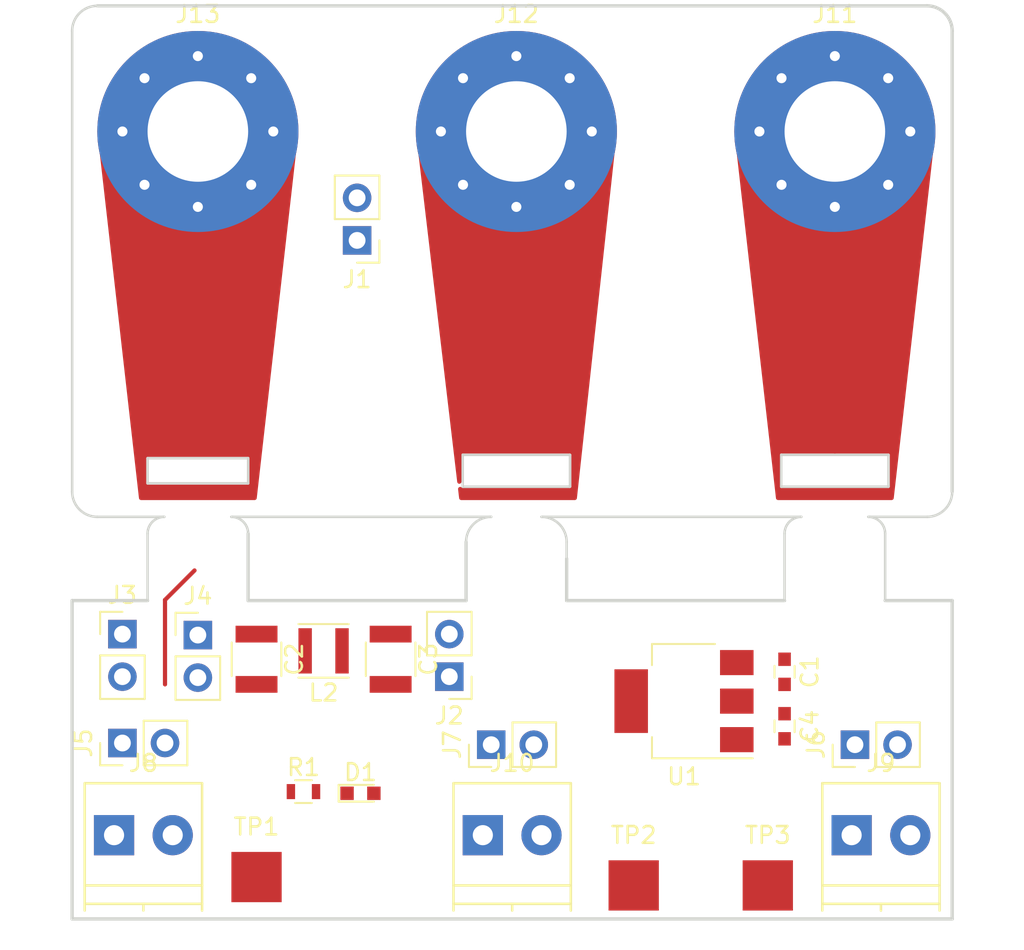
<source format=kicad_pcb>
(kicad_pcb (version 20171130) (host pcbnew "(5.0.0)")

  (general
    (thickness 1.6)
    (drawings 43)
    (tracks 3)
    (zones 0)
    (modules 24)
    (nets 12)
  )

  (page A4)
  (layers
    (0 F.Cu signal)
    (31 B.Cu signal)
    (32 B.Adhes user)
    (33 F.Adhes user)
    (34 B.Paste user)
    (35 F.Paste user)
    (36 B.SilkS user)
    (37 F.SilkS user)
    (38 B.Mask user)
    (39 F.Mask user)
    (40 Dwgs.User user)
    (41 Cmts.User user)
    (42 Eco1.User user)
    (43 Eco2.User user)
    (44 Edge.Cuts user)
    (45 Margin user)
    (46 B.CrtYd user)
    (47 F.CrtYd user)
    (48 B.Fab user)
    (49 F.Fab user)
  )

  (setup
    (last_trace_width 0.25)
    (trace_clearance 0.2)
    (zone_clearance 0.1)
    (zone_45_only no)
    (trace_min 0.2)
    (segment_width 0.2)
    (edge_width 0.15)
    (via_size 0.8)
    (via_drill 0.4)
    (via_min_size 0.4)
    (via_min_drill 0.3)
    (uvia_size 0.3)
    (uvia_drill 0.1)
    (uvias_allowed no)
    (uvia_min_size 0.2)
    (uvia_min_drill 0.1)
    (pcb_text_width 0.3)
    (pcb_text_size 1.5 1.5)
    (mod_edge_width 0.15)
    (mod_text_size 1 1)
    (mod_text_width 0.15)
    (pad_size 1.524 1.524)
    (pad_drill 0.762)
    (pad_to_mask_clearance 0.2)
    (aux_axis_origin 0 0)
    (visible_elements 7FFFFFFF)
    (pcbplotparams
      (layerselection 0x010fc_ffffffff)
      (usegerberextensions false)
      (usegerberattributes false)
      (usegerberadvancedattributes false)
      (creategerberjobfile false)
      (excludeedgelayer true)
      (linewidth 0.100000)
      (plotframeref false)
      (viasonmask false)
      (mode 1)
      (useauxorigin false)
      (hpglpennumber 1)
      (hpglpenspeed 20)
      (hpglpendiameter 15.000000)
      (psnegative false)
      (psa4output false)
      (plotreference true)
      (plotvalue true)
      (plotinvisibletext false)
      (padsonsilk false)
      (subtractmaskfromsilk false)
      (outputformat 1)
      (mirror false)
      (drillshape 1)
      (scaleselection 1)
      (outputdirectory ""))
  )

  (net 0 "")
  (net 1 /LowPassOut)
  (net 2 GND)
  (net 3 /LowPassIn)
  (net 4 "Net-(D1-Pad2)")
  (net 5 /EarthGround)
  (net 6 VCC)
  (net 7 /OutputVCC)
  (net 8 /Output3V3)
  (net 9 /EarthGND)
  (net 10 /AUXout)
  (net 11 /AUXIn)

  (net_class Default "This is the default net class."
    (clearance 0.2)
    (trace_width 0.25)
    (via_dia 0.8)
    (via_drill 0.4)
    (uvia_dia 0.3)
    (uvia_drill 0.1)
    (add_net /AUXIn)
    (add_net /AUXout)
    (add_net /EarthGND)
    (add_net /EarthGround)
    (add_net /LowPassIn)
    (add_net /LowPassOut)
    (add_net /Output3V3)
    (add_net /OutputVCC)
    (add_net GND)
    (add_net "Net-(D1-Pad2)")
    (add_net VCC)
  )

  (module Capacitors_SMD:C_0603 (layer F.Cu) (tedit 59958EE7) (tstamp 5BAD0479)
    (at 145 122.25 270)
    (descr "Capacitor SMD 0603, reflow soldering, AVX (see smccp.pdf)")
    (tags "capacitor 0603")
    (path /5BAD4AC3)
    (attr smd)
    (fp_text reference C1 (at 0 -1.5 270) (layer F.SilkS)
      (effects (font (size 1 1) (thickness 0.15)))
    )
    (fp_text value C (at 0 1.5 270) (layer F.Fab)
      (effects (font (size 1 1) (thickness 0.15)))
    )
    (fp_line (start 1.4 0.65) (end -1.4 0.65) (layer F.CrtYd) (width 0.05))
    (fp_line (start 1.4 0.65) (end 1.4 -0.65) (layer F.CrtYd) (width 0.05))
    (fp_line (start -1.4 -0.65) (end -1.4 0.65) (layer F.CrtYd) (width 0.05))
    (fp_line (start -1.4 -0.65) (end 1.4 -0.65) (layer F.CrtYd) (width 0.05))
    (fp_line (start 0.35 0.6) (end -0.35 0.6) (layer F.SilkS) (width 0.12))
    (fp_line (start -0.35 -0.6) (end 0.35 -0.6) (layer F.SilkS) (width 0.12))
    (fp_line (start -0.8 -0.4) (end 0.8 -0.4) (layer F.Fab) (width 0.1))
    (fp_line (start 0.8 -0.4) (end 0.8 0.4) (layer F.Fab) (width 0.1))
    (fp_line (start 0.8 0.4) (end -0.8 0.4) (layer F.Fab) (width 0.1))
    (fp_line (start -0.8 0.4) (end -0.8 -0.4) (layer F.Fab) (width 0.1))
    (fp_text user %R (at 0 0 270) (layer F.Fab)
      (effects (font (size 0.3 0.3) (thickness 0.075)))
    )
    (pad 2 smd rect (at 0.75 0 270) (size 0.8 0.75) (layers F.Cu F.Paste F.Mask)
      (net 2 GND))
    (pad 1 smd rect (at -0.75 0 270) (size 0.8 0.75) (layers F.Cu F.Paste F.Mask)
      (net 6 VCC))
    (model Capacitors_SMD.3dshapes/C_0603.wrl
      (at (xyz 0 0 0))
      (scale (xyz 1 1 1))
      (rotate (xyz 0 0 0))
    )
  )

  (module Capacitors_SMD:C_1210 (layer F.Cu) (tedit 58AA84E2) (tstamp 5BACFB54)
    (at 121.5 121.5 270)
    (descr "Capacitor SMD 1210, reflow soldering, AVX (see smccp.pdf)")
    (tags "capacitor 1210")
    (path /5BA8FF32)
    (attr smd)
    (fp_text reference C3 (at 0 -2.25 270) (layer F.SilkS)
      (effects (font (size 1 1) (thickness 0.15)))
    )
    (fp_text value C (at 0 2.5 270) (layer F.Fab)
      (effects (font (size 1 1) (thickness 0.15)))
    )
    (fp_text user %R (at 0 -2.25 270) (layer F.Fab)
      (effects (font (size 1 1) (thickness 0.15)))
    )
    (fp_line (start -1.6 1.25) (end -1.6 -1.25) (layer F.Fab) (width 0.1))
    (fp_line (start 1.6 1.25) (end -1.6 1.25) (layer F.Fab) (width 0.1))
    (fp_line (start 1.6 -1.25) (end 1.6 1.25) (layer F.Fab) (width 0.1))
    (fp_line (start -1.6 -1.25) (end 1.6 -1.25) (layer F.Fab) (width 0.1))
    (fp_line (start 1 -1.48) (end -1 -1.48) (layer F.SilkS) (width 0.12))
    (fp_line (start -1 1.48) (end 1 1.48) (layer F.SilkS) (width 0.12))
    (fp_line (start -2.25 -1.5) (end 2.25 -1.5) (layer F.CrtYd) (width 0.05))
    (fp_line (start -2.25 -1.5) (end -2.25 1.5) (layer F.CrtYd) (width 0.05))
    (fp_line (start 2.25 1.5) (end 2.25 -1.5) (layer F.CrtYd) (width 0.05))
    (fp_line (start 2.25 1.5) (end -2.25 1.5) (layer F.CrtYd) (width 0.05))
    (pad 1 smd rect (at -1.5 0 270) (size 1 2.5) (layers F.Cu F.Paste F.Mask)
      (net 3 /LowPassIn))
    (pad 2 smd rect (at 1.5 0 270) (size 1 2.5) (layers F.Cu F.Paste F.Mask)
      (net 2 GND))
    (model Capacitors_SMD.3dshapes/C_1210.wrl
      (at (xyz 0 0 0))
      (scale (xyz 1 1 1))
      (rotate (xyz 0 0 0))
    )
  )

  (module Capacitors_SMD:C_1210 (layer F.Cu) (tedit 58AA84E2) (tstamp 5BABA46B)
    (at 113.5 121.5 270)
    (descr "Capacitor SMD 1210, reflow soldering, AVX (see smccp.pdf)")
    (tags "capacitor 1210")
    (path /5BA8FF9A)
    (attr smd)
    (fp_text reference C2 (at 0 -2.25 270) (layer F.SilkS)
      (effects (font (size 1 1) (thickness 0.15)))
    )
    (fp_text value C (at 0 2.5 270) (layer F.Fab)
      (effects (font (size 1 1) (thickness 0.15)))
    )
    (fp_text user %R (at 0 -2.25 270) (layer F.Fab)
      (effects (font (size 1 1) (thickness 0.15)))
    )
    (fp_line (start -1.6 1.25) (end -1.6 -1.25) (layer F.Fab) (width 0.1))
    (fp_line (start 1.6 1.25) (end -1.6 1.25) (layer F.Fab) (width 0.1))
    (fp_line (start 1.6 -1.25) (end 1.6 1.25) (layer F.Fab) (width 0.1))
    (fp_line (start -1.6 -1.25) (end 1.6 -1.25) (layer F.Fab) (width 0.1))
    (fp_line (start 1 -1.48) (end -1 -1.48) (layer F.SilkS) (width 0.12))
    (fp_line (start -1 1.48) (end 1 1.48) (layer F.SilkS) (width 0.12))
    (fp_line (start -2.25 -1.5) (end 2.25 -1.5) (layer F.CrtYd) (width 0.05))
    (fp_line (start -2.25 -1.5) (end -2.25 1.5) (layer F.CrtYd) (width 0.05))
    (fp_line (start 2.25 1.5) (end 2.25 -1.5) (layer F.CrtYd) (width 0.05))
    (fp_line (start 2.25 1.5) (end -2.25 1.5) (layer F.CrtYd) (width 0.05))
    (pad 1 smd rect (at -1.5 0 270) (size 1 2.5) (layers F.Cu F.Paste F.Mask)
      (net 1 /LowPassOut))
    (pad 2 smd rect (at 1.5 0 270) (size 1 2.5) (layers F.Cu F.Paste F.Mask)
      (net 2 GND))
    (model Capacitors_SMD.3dshapes/C_1210.wrl
      (at (xyz 0 0 0))
      (scale (xyz 1 1 1))
      (rotate (xyz 0 0 0))
    )
  )

  (module LEDs:LED_0603 (layer F.Cu) (tedit 57FE93A5) (tstamp 5BABA491)
    (at 119.7 129.5)
    (descr "LED 0603 smd package")
    (tags "LED led 0603 SMD smd SMT smt smdled SMDLED smtled SMTLED")
    (path /5BA89984)
    (attr smd)
    (fp_text reference D1 (at 0 -1.25) (layer F.SilkS)
      (effects (font (size 1 1) (thickness 0.15)))
    )
    (fp_text value LED (at 0 1.35) (layer F.Fab)
      (effects (font (size 1 1) (thickness 0.15)))
    )
    (fp_line (start -1.45 -0.65) (end 1.45 -0.65) (layer F.CrtYd) (width 0.05))
    (fp_line (start -1.45 0.65) (end -1.45 -0.65) (layer F.CrtYd) (width 0.05))
    (fp_line (start 1.45 0.65) (end -1.45 0.65) (layer F.CrtYd) (width 0.05))
    (fp_line (start 1.45 -0.65) (end 1.45 0.65) (layer F.CrtYd) (width 0.05))
    (fp_line (start -1.3 -0.5) (end 0.8 -0.5) (layer F.SilkS) (width 0.12))
    (fp_line (start -1.3 0.5) (end 0.8 0.5) (layer F.SilkS) (width 0.12))
    (fp_line (start -0.8 0.4) (end -0.8 -0.4) (layer F.Fab) (width 0.1))
    (fp_line (start -0.8 -0.4) (end 0.8 -0.4) (layer F.Fab) (width 0.1))
    (fp_line (start 0.8 -0.4) (end 0.8 0.4) (layer F.Fab) (width 0.1))
    (fp_line (start 0.8 0.4) (end -0.8 0.4) (layer F.Fab) (width 0.1))
    (fp_line (start 0.15 -0.2) (end 0.15 0.2) (layer F.Fab) (width 0.1))
    (fp_line (start 0.15 0.2) (end -0.15 0) (layer F.Fab) (width 0.1))
    (fp_line (start -0.15 0) (end 0.15 -0.2) (layer F.Fab) (width 0.1))
    (fp_line (start -0.2 -0.2) (end -0.2 0.2) (layer F.Fab) (width 0.1))
    (fp_line (start -1.3 -0.5) (end -1.3 0.5) (layer F.SilkS) (width 0.12))
    (pad 1 smd rect (at -0.8 0 180) (size 0.8 0.8) (layers F.Cu F.Paste F.Mask)
      (net 2 GND))
    (pad 2 smd rect (at 0.8 0 180) (size 0.8 0.8) (layers F.Cu F.Paste F.Mask)
      (net 4 "Net-(D1-Pad2)"))
    (model ${KISYS3DMOD}/LEDs.3dshapes/LED_0603.wrl
      (at (xyz 0 0 0))
      (scale (xyz 1 1 1))
      (rotate (xyz 0 0 180))
    )
  )

  (module Pin_Headers:Pin_Header_Straight_1x02_Pitch2.54mm (layer F.Cu) (tedit 59650532) (tstamp 5BABA4A7)
    (at 119.5 96.5 180)
    (descr "Through hole straight pin header, 1x02, 2.54mm pitch, single row")
    (tags "Through hole pin header THT 1x02 2.54mm single row")
    (path /5BA91002)
    (fp_text reference J1 (at 0 -2.33 180) (layer F.SilkS)
      (effects (font (size 1 1) (thickness 0.15)))
    )
    (fp_text value Conn_01x02_Male (at 0 4.87 180) (layer F.Fab)
      (effects (font (size 1 1) (thickness 0.15)))
    )
    (fp_line (start -0.635 -1.27) (end 1.27 -1.27) (layer F.Fab) (width 0.1))
    (fp_line (start 1.27 -1.27) (end 1.27 3.81) (layer F.Fab) (width 0.1))
    (fp_line (start 1.27 3.81) (end -1.27 3.81) (layer F.Fab) (width 0.1))
    (fp_line (start -1.27 3.81) (end -1.27 -0.635) (layer F.Fab) (width 0.1))
    (fp_line (start -1.27 -0.635) (end -0.635 -1.27) (layer F.Fab) (width 0.1))
    (fp_line (start -1.33 3.87) (end 1.33 3.87) (layer F.SilkS) (width 0.12))
    (fp_line (start -1.33 1.27) (end -1.33 3.87) (layer F.SilkS) (width 0.12))
    (fp_line (start 1.33 1.27) (end 1.33 3.87) (layer F.SilkS) (width 0.12))
    (fp_line (start -1.33 1.27) (end 1.33 1.27) (layer F.SilkS) (width 0.12))
    (fp_line (start -1.33 0) (end -1.33 -1.33) (layer F.SilkS) (width 0.12))
    (fp_line (start -1.33 -1.33) (end 0 -1.33) (layer F.SilkS) (width 0.12))
    (fp_line (start -1.8 -1.8) (end -1.8 4.35) (layer F.CrtYd) (width 0.05))
    (fp_line (start -1.8 4.35) (end 1.8 4.35) (layer F.CrtYd) (width 0.05))
    (fp_line (start 1.8 4.35) (end 1.8 -1.8) (layer F.CrtYd) (width 0.05))
    (fp_line (start 1.8 -1.8) (end -1.8 -1.8) (layer F.CrtYd) (width 0.05))
    (fp_text user %R (at 0 1.27 270) (layer F.Fab)
      (effects (font (size 1 1) (thickness 0.15)))
    )
    (pad 1 thru_hole rect (at 0 0 180) (size 1.7 1.7) (drill 1) (layers *.Cu *.Mask)
      (net 5 /EarthGround))
    (pad 2 thru_hole oval (at 0 2.54 180) (size 1.7 1.7) (drill 1) (layers *.Cu *.Mask)
      (net 2 GND))
    (model ${KISYS3DMOD}/Pin_Headers.3dshapes/Pin_Header_Straight_1x02_Pitch2.54mm.wrl
      (at (xyz 0 0 0))
      (scale (xyz 1 1 1))
      (rotate (xyz 0 0 0))
    )
  )

  (module Pin_Headers:Pin_Header_Straight_1x02_Pitch2.54mm (layer F.Cu) (tedit 59650532) (tstamp 5BABA4BD)
    (at 125 122.54 180)
    (descr "Through hole straight pin header, 1x02, 2.54mm pitch, single row")
    (tags "Through hole pin header THT 1x02 2.54mm single row")
    (path /5BA9106E)
    (fp_text reference J2 (at 0 -2.33 180) (layer F.SilkS)
      (effects (font (size 1 1) (thickness 0.15)))
    )
    (fp_text value Conn_01x02_Male (at 0 4.87 180) (layer F.Fab)
      (effects (font (size 1 1) (thickness 0.15)))
    )
    (fp_text user %R (at 0 1.27 270) (layer F.Fab)
      (effects (font (size 1 1) (thickness 0.15)))
    )
    (fp_line (start 1.8 -1.8) (end -1.8 -1.8) (layer F.CrtYd) (width 0.05))
    (fp_line (start 1.8 4.35) (end 1.8 -1.8) (layer F.CrtYd) (width 0.05))
    (fp_line (start -1.8 4.35) (end 1.8 4.35) (layer F.CrtYd) (width 0.05))
    (fp_line (start -1.8 -1.8) (end -1.8 4.35) (layer F.CrtYd) (width 0.05))
    (fp_line (start -1.33 -1.33) (end 0 -1.33) (layer F.SilkS) (width 0.12))
    (fp_line (start -1.33 0) (end -1.33 -1.33) (layer F.SilkS) (width 0.12))
    (fp_line (start -1.33 1.27) (end 1.33 1.27) (layer F.SilkS) (width 0.12))
    (fp_line (start 1.33 1.27) (end 1.33 3.87) (layer F.SilkS) (width 0.12))
    (fp_line (start -1.33 1.27) (end -1.33 3.87) (layer F.SilkS) (width 0.12))
    (fp_line (start -1.33 3.87) (end 1.33 3.87) (layer F.SilkS) (width 0.12))
    (fp_line (start -1.27 -0.635) (end -0.635 -1.27) (layer F.Fab) (width 0.1))
    (fp_line (start -1.27 3.81) (end -1.27 -0.635) (layer F.Fab) (width 0.1))
    (fp_line (start 1.27 3.81) (end -1.27 3.81) (layer F.Fab) (width 0.1))
    (fp_line (start 1.27 -1.27) (end 1.27 3.81) (layer F.Fab) (width 0.1))
    (fp_line (start -0.635 -1.27) (end 1.27 -1.27) (layer F.Fab) (width 0.1))
    (pad 2 thru_hole oval (at 0 2.54 180) (size 1.7 1.7) (drill 1) (layers *.Cu *.Mask)
      (net 3 /LowPassIn))
    (pad 1 thru_hole rect (at 0 0 180) (size 1.7 1.7) (drill 1) (layers *.Cu *.Mask)
      (net 6 VCC))
    (model ${KISYS3DMOD}/Pin_Headers.3dshapes/Pin_Header_Straight_1x02_Pitch2.54mm.wrl
      (at (xyz 0 0 0))
      (scale (xyz 1 1 1))
      (rotate (xyz 0 0 0))
    )
  )

  (module Pin_Headers:Pin_Header_Straight_1x02_Pitch2.54mm (layer F.Cu) (tedit 59650532) (tstamp 5BABA4D3)
    (at 105.5 120)
    (descr "Through hole straight pin header, 1x02, 2.54mm pitch, single row")
    (tags "Through hole pin header THT 1x02 2.54mm single row")
    (path /5BA910B0)
    (fp_text reference J3 (at 0 -2.33) (layer F.SilkS)
      (effects (font (size 1 1) (thickness 0.15)))
    )
    (fp_text value Conn_01x02_Male (at 0 4.87) (layer F.Fab)
      (effects (font (size 1 1) (thickness 0.15)))
    )
    (fp_line (start -0.635 -1.27) (end 1.27 -1.27) (layer F.Fab) (width 0.1))
    (fp_line (start 1.27 -1.27) (end 1.27 3.81) (layer F.Fab) (width 0.1))
    (fp_line (start 1.27 3.81) (end -1.27 3.81) (layer F.Fab) (width 0.1))
    (fp_line (start -1.27 3.81) (end -1.27 -0.635) (layer F.Fab) (width 0.1))
    (fp_line (start -1.27 -0.635) (end -0.635 -1.27) (layer F.Fab) (width 0.1))
    (fp_line (start -1.33 3.87) (end 1.33 3.87) (layer F.SilkS) (width 0.12))
    (fp_line (start -1.33 1.27) (end -1.33 3.87) (layer F.SilkS) (width 0.12))
    (fp_line (start 1.33 1.27) (end 1.33 3.87) (layer F.SilkS) (width 0.12))
    (fp_line (start -1.33 1.27) (end 1.33 1.27) (layer F.SilkS) (width 0.12))
    (fp_line (start -1.33 0) (end -1.33 -1.33) (layer F.SilkS) (width 0.12))
    (fp_line (start -1.33 -1.33) (end 0 -1.33) (layer F.SilkS) (width 0.12))
    (fp_line (start -1.8 -1.8) (end -1.8 4.35) (layer F.CrtYd) (width 0.05))
    (fp_line (start -1.8 4.35) (end 1.8 4.35) (layer F.CrtYd) (width 0.05))
    (fp_line (start 1.8 4.35) (end 1.8 -1.8) (layer F.CrtYd) (width 0.05))
    (fp_line (start 1.8 -1.8) (end -1.8 -1.8) (layer F.CrtYd) (width 0.05))
    (fp_text user %R (at 0 1.27 90) (layer F.Fab)
      (effects (font (size 1 1) (thickness 0.15)))
    )
    (pad 1 thru_hole rect (at 0 0) (size 1.7 1.7) (drill 1) (layers *.Cu *.Mask)
      (net 6 VCC))
    (pad 2 thru_hole oval (at 0 2.54) (size 1.7 1.7) (drill 1) (layers *.Cu *.Mask)
      (net 7 /OutputVCC))
    (model ${KISYS3DMOD}/Pin_Headers.3dshapes/Pin_Header_Straight_1x02_Pitch2.54mm.wrl
      (at (xyz 0 0 0))
      (scale (xyz 1 1 1))
      (rotate (xyz 0 0 0))
    )
  )

  (module Pin_Headers:Pin_Header_Straight_1x02_Pitch2.54mm (layer F.Cu) (tedit 59650532) (tstamp 5BABA4E9)
    (at 110 120.057001)
    (descr "Through hole straight pin header, 1x02, 2.54mm pitch, single row")
    (tags "Through hole pin header THT 1x02 2.54mm single row")
    (path /5BA962C0)
    (fp_text reference J4 (at 0 -2.33) (layer F.SilkS)
      (effects (font (size 1 1) (thickness 0.15)))
    )
    (fp_text value Conn_01x02_Male (at 0 4.87) (layer F.Fab)
      (effects (font (size 1 1) (thickness 0.15)))
    )
    (fp_text user %R (at 0 1.27 180) (layer F.Fab)
      (effects (font (size 1 1) (thickness 0.15)))
    )
    (fp_line (start 1.8 -1.8) (end -1.8 -1.8) (layer F.CrtYd) (width 0.05))
    (fp_line (start 1.8 4.35) (end 1.8 -1.8) (layer F.CrtYd) (width 0.05))
    (fp_line (start -1.8 4.35) (end 1.8 4.35) (layer F.CrtYd) (width 0.05))
    (fp_line (start -1.8 -1.8) (end -1.8 4.35) (layer F.CrtYd) (width 0.05))
    (fp_line (start -1.33 -1.33) (end 0 -1.33) (layer F.SilkS) (width 0.12))
    (fp_line (start -1.33 0) (end -1.33 -1.33) (layer F.SilkS) (width 0.12))
    (fp_line (start -1.33 1.27) (end 1.33 1.27) (layer F.SilkS) (width 0.12))
    (fp_line (start 1.33 1.27) (end 1.33 3.87) (layer F.SilkS) (width 0.12))
    (fp_line (start -1.33 1.27) (end -1.33 3.87) (layer F.SilkS) (width 0.12))
    (fp_line (start -1.33 3.87) (end 1.33 3.87) (layer F.SilkS) (width 0.12))
    (fp_line (start -1.27 -0.635) (end -0.635 -1.27) (layer F.Fab) (width 0.1))
    (fp_line (start -1.27 3.81) (end -1.27 -0.635) (layer F.Fab) (width 0.1))
    (fp_line (start 1.27 3.81) (end -1.27 3.81) (layer F.Fab) (width 0.1))
    (fp_line (start 1.27 -1.27) (end 1.27 3.81) (layer F.Fab) (width 0.1))
    (fp_line (start -0.635 -1.27) (end 1.27 -1.27) (layer F.Fab) (width 0.1))
    (pad 2 thru_hole oval (at 0 2.54) (size 1.7 1.7) (drill 1) (layers *.Cu *.Mask)
      (net 7 /OutputVCC))
    (pad 1 thru_hole rect (at 0 0) (size 1.7 1.7) (drill 1) (layers *.Cu *.Mask)
      (net 1 /LowPassOut))
    (model ${KISYS3DMOD}/Pin_Headers.3dshapes/Pin_Header_Straight_1x02_Pitch2.54mm.wrl
      (at (xyz 0 0 0))
      (scale (xyz 1 1 1))
      (rotate (xyz 0 0 0))
    )
  )

  (module Pin_Headers:Pin_Header_Straight_1x02_Pitch2.54mm (layer F.Cu) (tedit 59650532) (tstamp 5BABA4FF)
    (at 105.5 126.5 90)
    (descr "Through hole straight pin header, 1x02, 2.54mm pitch, single row")
    (tags "Through hole pin header THT 1x02 2.54mm single row")
    (path /5BA8FA37)
    (fp_text reference J5 (at 0 -2.33 90) (layer F.SilkS)
      (effects (font (size 1 1) (thickness 0.15)))
    )
    (fp_text value Conn_01x02_Female (at 0 4.87 90) (layer F.Fab)
      (effects (font (size 1 1) (thickness 0.15)))
    )
    (fp_text user %R (at 0 1.27 180) (layer F.Fab)
      (effects (font (size 1 1) (thickness 0.15)))
    )
    (fp_line (start 1.8 -1.8) (end -1.8 -1.8) (layer F.CrtYd) (width 0.05))
    (fp_line (start 1.8 4.35) (end 1.8 -1.8) (layer F.CrtYd) (width 0.05))
    (fp_line (start -1.8 4.35) (end 1.8 4.35) (layer F.CrtYd) (width 0.05))
    (fp_line (start -1.8 -1.8) (end -1.8 4.35) (layer F.CrtYd) (width 0.05))
    (fp_line (start -1.33 -1.33) (end 0 -1.33) (layer F.SilkS) (width 0.12))
    (fp_line (start -1.33 0) (end -1.33 -1.33) (layer F.SilkS) (width 0.12))
    (fp_line (start -1.33 1.27) (end 1.33 1.27) (layer F.SilkS) (width 0.12))
    (fp_line (start 1.33 1.27) (end 1.33 3.87) (layer F.SilkS) (width 0.12))
    (fp_line (start -1.33 1.27) (end -1.33 3.87) (layer F.SilkS) (width 0.12))
    (fp_line (start -1.33 3.87) (end 1.33 3.87) (layer F.SilkS) (width 0.12))
    (fp_line (start -1.27 -0.635) (end -0.635 -1.27) (layer F.Fab) (width 0.1))
    (fp_line (start -1.27 3.81) (end -1.27 -0.635) (layer F.Fab) (width 0.1))
    (fp_line (start 1.27 3.81) (end -1.27 3.81) (layer F.Fab) (width 0.1))
    (fp_line (start 1.27 -1.27) (end 1.27 3.81) (layer F.Fab) (width 0.1))
    (fp_line (start -0.635 -1.27) (end 1.27 -1.27) (layer F.Fab) (width 0.1))
    (pad 2 thru_hole oval (at 0 2.54 90) (size 1.7 1.7) (drill 1) (layers *.Cu *.Mask)
      (net 2 GND))
    (pad 1 thru_hole rect (at 0 0 90) (size 1.7 1.7) (drill 1) (layers *.Cu *.Mask)
      (net 7 /OutputVCC))
    (model ${KISYS3DMOD}/Pin_Headers.3dshapes/Pin_Header_Straight_1x02_Pitch2.54mm.wrl
      (at (xyz 0 0 0))
      (scale (xyz 1 1 1))
      (rotate (xyz 0 0 0))
    )
  )

  (module Pin_Headers:Pin_Header_Straight_1x02_Pitch2.54mm (layer F.Cu) (tedit 59650532) (tstamp 5BABA515)
    (at 149.2 126.6 90)
    (descr "Through hole straight pin header, 1x02, 2.54mm pitch, single row")
    (tags "Through hole pin header THT 1x02 2.54mm single row")
    (path /5BA8FA83)
    (fp_text reference J6 (at 0 -2.33 90) (layer F.SilkS)
      (effects (font (size 1 1) (thickness 0.15)))
    )
    (fp_text value Conn_01x02_Female (at 0 4.87 90) (layer F.Fab)
      (effects (font (size 1 1) (thickness 0.15)))
    )
    (fp_line (start -0.635 -1.27) (end 1.27 -1.27) (layer F.Fab) (width 0.1))
    (fp_line (start 1.27 -1.27) (end 1.27 3.81) (layer F.Fab) (width 0.1))
    (fp_line (start 1.27 3.81) (end -1.27 3.81) (layer F.Fab) (width 0.1))
    (fp_line (start -1.27 3.81) (end -1.27 -0.635) (layer F.Fab) (width 0.1))
    (fp_line (start -1.27 -0.635) (end -0.635 -1.27) (layer F.Fab) (width 0.1))
    (fp_line (start -1.33 3.87) (end 1.33 3.87) (layer F.SilkS) (width 0.12))
    (fp_line (start -1.33 1.27) (end -1.33 3.87) (layer F.SilkS) (width 0.12))
    (fp_line (start 1.33 1.27) (end 1.33 3.87) (layer F.SilkS) (width 0.12))
    (fp_line (start -1.33 1.27) (end 1.33 1.27) (layer F.SilkS) (width 0.12))
    (fp_line (start -1.33 0) (end -1.33 -1.33) (layer F.SilkS) (width 0.12))
    (fp_line (start -1.33 -1.33) (end 0 -1.33) (layer F.SilkS) (width 0.12))
    (fp_line (start -1.8 -1.8) (end -1.8 4.35) (layer F.CrtYd) (width 0.05))
    (fp_line (start -1.8 4.35) (end 1.8 4.35) (layer F.CrtYd) (width 0.05))
    (fp_line (start 1.8 4.35) (end 1.8 -1.8) (layer F.CrtYd) (width 0.05))
    (fp_line (start 1.8 -1.8) (end -1.8 -1.8) (layer F.CrtYd) (width 0.05))
    (fp_text user %R (at 0 1.27 180) (layer F.Fab)
      (effects (font (size 1 1) (thickness 0.15)))
    )
    (pad 1 thru_hole rect (at 0 0 90) (size 1.7 1.7) (drill 1) (layers *.Cu *.Mask)
      (net 8 /Output3V3))
    (pad 2 thru_hole oval (at 0 2.54 90) (size 1.7 1.7) (drill 1) (layers *.Cu *.Mask)
      (net 2 GND))
    (model ${KISYS3DMOD}/Pin_Headers.3dshapes/Pin_Header_Straight_1x02_Pitch2.54mm.wrl
      (at (xyz 0 0 0))
      (scale (xyz 1 1 1))
      (rotate (xyz 0 0 0))
    )
  )

  (module Pin_Headers:Pin_Header_Straight_1x02_Pitch2.54mm (layer F.Cu) (tedit 59650532) (tstamp 5BABA52B)
    (at 127.5 126.6 90)
    (descr "Through hole straight pin header, 1x02, 2.54mm pitch, single row")
    (tags "Through hole pin header THT 1x02 2.54mm single row")
    (path /5BA8FAAF)
    (fp_text reference J7 (at 0 -2.33 90) (layer F.SilkS)
      (effects (font (size 1 1) (thickness 0.15)))
    )
    (fp_text value Conn_01x02_Female (at 0 4.87 90) (layer F.Fab)
      (effects (font (size 1 1) (thickness 0.15)))
    )
    (fp_text user %R (at 0 1.27 180) (layer F.Fab)
      (effects (font (size 1 1) (thickness 0.15)))
    )
    (fp_line (start 1.8 -1.8) (end -1.8 -1.8) (layer F.CrtYd) (width 0.05))
    (fp_line (start 1.8 4.35) (end 1.8 -1.8) (layer F.CrtYd) (width 0.05))
    (fp_line (start -1.8 4.35) (end 1.8 4.35) (layer F.CrtYd) (width 0.05))
    (fp_line (start -1.8 -1.8) (end -1.8 4.35) (layer F.CrtYd) (width 0.05))
    (fp_line (start -1.33 -1.33) (end 0 -1.33) (layer F.SilkS) (width 0.12))
    (fp_line (start -1.33 0) (end -1.33 -1.33) (layer F.SilkS) (width 0.12))
    (fp_line (start -1.33 1.27) (end 1.33 1.27) (layer F.SilkS) (width 0.12))
    (fp_line (start 1.33 1.27) (end 1.33 3.87) (layer F.SilkS) (width 0.12))
    (fp_line (start -1.33 1.27) (end -1.33 3.87) (layer F.SilkS) (width 0.12))
    (fp_line (start -1.33 3.87) (end 1.33 3.87) (layer F.SilkS) (width 0.12))
    (fp_line (start -1.27 -0.635) (end -0.635 -1.27) (layer F.Fab) (width 0.1))
    (fp_line (start -1.27 3.81) (end -1.27 -0.635) (layer F.Fab) (width 0.1))
    (fp_line (start 1.27 3.81) (end -1.27 3.81) (layer F.Fab) (width 0.1))
    (fp_line (start 1.27 -1.27) (end 1.27 3.81) (layer F.Fab) (width 0.1))
    (fp_line (start -0.635 -1.27) (end 1.27 -1.27) (layer F.Fab) (width 0.1))
    (pad 2 thru_hole oval (at 0 2.54 90) (size 1.7 1.7) (drill 1) (layers *.Cu *.Mask)
      (net 10 /AUXout))
    (pad 1 thru_hole rect (at 0 0 90) (size 1.7 1.7) (drill 1) (layers *.Cu *.Mask)
      (net 11 /AUXIn))
    (model ${KISYS3DMOD}/Pin_Headers.3dshapes/Pin_Header_Straight_1x02_Pitch2.54mm.wrl
      (at (xyz 0 0 0))
      (scale (xyz 1 1 1))
      (rotate (xyz 0 0 0))
    )
  )

  (module TerminalBlocks_Phoenix:TerminalBlock_Phoenix_PT-3.5mm_2pol (layer F.Cu) (tedit 59FF0756) (tstamp 5BABA53C)
    (at 105 132)
    (descr "2-way 3.5mm pitch terminal block, Phoenix PT series")
    (path /5BA8FB24)
    (fp_text reference J8 (at 1.75 -4.3) (layer F.SilkS)
      (effects (font (size 1 1) (thickness 0.15)))
    )
    (fp_text value Screw_Terminal_01x02 (at 1.75 6) (layer F.Fab)
      (effects (font (size 1 1) (thickness 0.15)))
    )
    (fp_line (start 5.25 -3.1) (end -1.75 -3.1) (layer F.SilkS) (width 0.15))
    (fp_line (start 5.25 4.5) (end 5.25 -3.1) (layer F.SilkS) (width 0.15))
    (fp_line (start -1.75 -3.1) (end -1.75 4.5) (layer F.SilkS) (width 0.15))
    (fp_line (start -1.75 4.1) (end 5.25 4.1) (layer F.SilkS) (width 0.15))
    (fp_line (start -1.75 3) (end 5.25 3) (layer F.SilkS) (width 0.15))
    (fp_line (start 1.75 4.1) (end 1.75 4.5) (layer F.SilkS) (width 0.15))
    (fp_line (start 5.4 -3.3) (end 5.4 4.7) (layer F.CrtYd) (width 0.05))
    (fp_line (start 5.4 4.7) (end -1.9 4.7) (layer F.CrtYd) (width 0.05))
    (fp_line (start -1.9 4.7) (end -1.9 -3.3) (layer F.CrtYd) (width 0.05))
    (fp_line (start -1.9 -3.3) (end 5.4 -3.3) (layer F.CrtYd) (width 0.05))
    (fp_text user %R (at 1.75 0) (layer F.Fab)
      (effects (font (size 1 1) (thickness 0.15)))
    )
    (pad 1 thru_hole rect (at 0 0) (size 2.4 2.4) (drill 1.2) (layers *.Cu *.Mask)
      (net 7 /OutputVCC))
    (pad 2 thru_hole circle (at 3.5 0) (size 2.4 2.4) (drill 1.2) (layers *.Cu *.Mask)
      (net 2 GND))
    (model ${KISYS3DMOD}/TerminalBlock_Phoenix.3dshapes/TerminalBlock_Phoenix_PT-3.5mm_2pol.wrl
      (at (xyz 0 0 0))
      (scale (xyz 1 1 1))
      (rotate (xyz 0 0 0))
    )
  )

  (module TerminalBlocks_Phoenix:TerminalBlock_Phoenix_PT-3.5mm_2pol (layer F.Cu) (tedit 59FF0756) (tstamp 5BABA54D)
    (at 149 132)
    (descr "2-way 3.5mm pitch terminal block, Phoenix PT series")
    (path /5BA8FB6C)
    (fp_text reference J9 (at 1.75 -4.3) (layer F.SilkS)
      (effects (font (size 1 1) (thickness 0.15)))
    )
    (fp_text value Screw_Terminal_01x02 (at 1.75 6) (layer F.Fab)
      (effects (font (size 1 1) (thickness 0.15)))
    )
    (fp_text user %R (at 1.75 0) (layer F.Fab)
      (effects (font (size 1 1) (thickness 0.15)))
    )
    (fp_line (start -1.9 -3.3) (end 5.4 -3.3) (layer F.CrtYd) (width 0.05))
    (fp_line (start -1.9 4.7) (end -1.9 -3.3) (layer F.CrtYd) (width 0.05))
    (fp_line (start 5.4 4.7) (end -1.9 4.7) (layer F.CrtYd) (width 0.05))
    (fp_line (start 5.4 -3.3) (end 5.4 4.7) (layer F.CrtYd) (width 0.05))
    (fp_line (start 1.75 4.1) (end 1.75 4.5) (layer F.SilkS) (width 0.15))
    (fp_line (start -1.75 3) (end 5.25 3) (layer F.SilkS) (width 0.15))
    (fp_line (start -1.75 4.1) (end 5.25 4.1) (layer F.SilkS) (width 0.15))
    (fp_line (start -1.75 -3.1) (end -1.75 4.5) (layer F.SilkS) (width 0.15))
    (fp_line (start 5.25 4.5) (end 5.25 -3.1) (layer F.SilkS) (width 0.15))
    (fp_line (start 5.25 -3.1) (end -1.75 -3.1) (layer F.SilkS) (width 0.15))
    (pad 2 thru_hole circle (at 3.5 0) (size 2.4 2.4) (drill 1.2) (layers *.Cu *.Mask)
      (net 2 GND))
    (pad 1 thru_hole rect (at 0 0) (size 2.4 2.4) (drill 1.2) (layers *.Cu *.Mask)
      (net 8 /Output3V3))
    (model ${KISYS3DMOD}/TerminalBlock_Phoenix.3dshapes/TerminalBlock_Phoenix_PT-3.5mm_2pol.wrl
      (at (xyz 0 0 0))
      (scale (xyz 1 1 1))
      (rotate (xyz 0 0 0))
    )
  )

  (module TerminalBlocks_Phoenix:TerminalBlock_Phoenix_PT-3.5mm_2pol (layer F.Cu) (tedit 59FF0756) (tstamp 5BABA55E)
    (at 127 132)
    (descr "2-way 3.5mm pitch terminal block, Phoenix PT series")
    (path /5BA8FBA2)
    (fp_text reference J10 (at 1.75 -4.3) (layer F.SilkS)
      (effects (font (size 1 1) (thickness 0.15)))
    )
    (fp_text value Screw_Terminal_01x02 (at 1.75 6) (layer F.Fab)
      (effects (font (size 1 1) (thickness 0.15)))
    )
    (fp_line (start 5.25 -3.1) (end -1.75 -3.1) (layer F.SilkS) (width 0.15))
    (fp_line (start 5.25 4.5) (end 5.25 -3.1) (layer F.SilkS) (width 0.15))
    (fp_line (start -1.75 -3.1) (end -1.75 4.5) (layer F.SilkS) (width 0.15))
    (fp_line (start -1.75 4.1) (end 5.25 4.1) (layer F.SilkS) (width 0.15))
    (fp_line (start -1.75 3) (end 5.25 3) (layer F.SilkS) (width 0.15))
    (fp_line (start 1.75 4.1) (end 1.75 4.5) (layer F.SilkS) (width 0.15))
    (fp_line (start 5.4 -3.3) (end 5.4 4.7) (layer F.CrtYd) (width 0.05))
    (fp_line (start 5.4 4.7) (end -1.9 4.7) (layer F.CrtYd) (width 0.05))
    (fp_line (start -1.9 4.7) (end -1.9 -3.3) (layer F.CrtYd) (width 0.05))
    (fp_line (start -1.9 -3.3) (end 5.4 -3.3) (layer F.CrtYd) (width 0.05))
    (fp_text user %R (at 1.75 0) (layer F.Fab)
      (effects (font (size 1 1) (thickness 0.15)))
    )
    (pad 1 thru_hole rect (at 0 0) (size 2.4 2.4) (drill 1.2) (layers *.Cu *.Mask)
      (net 11 /AUXIn))
    (pad 2 thru_hole circle (at 3.5 0) (size 2.4 2.4) (drill 1.2) (layers *.Cu *.Mask)
      (net 10 /AUXout))
    (model ${KISYS3DMOD}/TerminalBlock_Phoenix.3dshapes/TerminalBlock_Phoenix_PT-3.5mm_2pol.wrl
      (at (xyz 0 0 0))
      (scale (xyz 1 1 1))
      (rotate (xyz 0 0 0))
    )
  )

  (module Mounting_Holes:MountingHole_6mm_Pad_Via (layer F.Cu) (tedit 56DDC678) (tstamp 5BABA56E)
    (at 148 90)
    (descr "Mounting Hole 6mm")
    (tags "mounting hole 6mm")
    (path /5BA8F5A1)
    (attr virtual)
    (fp_text reference J11 (at 0 -7) (layer F.SilkS)
      (effects (font (size 1 1) (thickness 0.15)))
    )
    (fp_text value Conn_01x01_Female (at 0 7) (layer F.Fab)
      (effects (font (size 1 1) (thickness 0.15)))
    )
    (fp_circle (center 0 0) (end 6.25 0) (layer F.CrtYd) (width 0.05))
    (fp_circle (center 0 0) (end 6 0) (layer Cmts.User) (width 0.15))
    (fp_text user %R (at 0.3 0) (layer F.Fab)
      (effects (font (size 1 1) (thickness 0.15)))
    )
    (pad 1 thru_hole circle (at 3.181981 -3.181981) (size 0.9 0.9) (drill 0.6) (layers *.Cu *.Mask)
      (net 6 VCC))
    (pad 1 thru_hole circle (at 0 -4.5) (size 0.9 0.9) (drill 0.6) (layers *.Cu *.Mask)
      (net 6 VCC))
    (pad 1 thru_hole circle (at -3.181981 -3.181981) (size 0.9 0.9) (drill 0.6) (layers *.Cu *.Mask)
      (net 6 VCC))
    (pad 1 thru_hole circle (at -4.5 0) (size 0.9 0.9) (drill 0.6) (layers *.Cu *.Mask)
      (net 6 VCC))
    (pad 1 thru_hole circle (at -3.181981 3.181981) (size 0.9 0.9) (drill 0.6) (layers *.Cu *.Mask)
      (net 6 VCC))
    (pad 1 thru_hole circle (at 0 4.5) (size 0.9 0.9) (drill 0.6) (layers *.Cu *.Mask)
      (net 6 VCC))
    (pad 1 thru_hole circle (at 3.181981 3.181981) (size 0.9 0.9) (drill 0.6) (layers *.Cu *.Mask)
      (net 6 VCC))
    (pad 1 thru_hole circle (at 4.5 0) (size 0.9 0.9) (drill 0.6) (layers *.Cu *.Mask)
      (net 6 VCC))
    (pad 1 thru_hole circle (at 0 0) (size 12 12) (drill 6) (layers *.Cu *.Mask)
      (net 6 VCC))
  )

  (module Mounting_Holes:MountingHole_6mm_Pad_Via (layer F.Cu) (tedit 56DDC678) (tstamp 5BABA57E)
    (at 129 90)
    (descr "Mounting Hole 6mm")
    (tags "mounting hole 6mm")
    (path /5BA8F621)
    (attr virtual)
    (fp_text reference J12 (at 0 -7) (layer F.SilkS)
      (effects (font (size 1 1) (thickness 0.15)))
    )
    (fp_text value Conn_01x01_Female (at 0 7) (layer F.Fab)
      (effects (font (size 1 1) (thickness 0.15)))
    )
    (fp_text user %R (at 0.3 0) (layer F.Fab)
      (effects (font (size 1 1) (thickness 0.15)))
    )
    (fp_circle (center 0 0) (end 6 0) (layer Cmts.User) (width 0.15))
    (fp_circle (center 0 0) (end 6.25 0) (layer F.CrtYd) (width 0.05))
    (pad 1 thru_hole circle (at 0 0) (size 12 12) (drill 6) (layers *.Cu *.Mask)
      (net 9 /EarthGND))
    (pad 1 thru_hole circle (at 4.5 0) (size 0.9 0.9) (drill 0.6) (layers *.Cu *.Mask)
      (net 9 /EarthGND))
    (pad 1 thru_hole circle (at 3.181981 3.181981) (size 0.9 0.9) (drill 0.6) (layers *.Cu *.Mask)
      (net 9 /EarthGND))
    (pad 1 thru_hole circle (at 0 4.5) (size 0.9 0.9) (drill 0.6) (layers *.Cu *.Mask)
      (net 9 /EarthGND))
    (pad 1 thru_hole circle (at -3.181981 3.181981) (size 0.9 0.9) (drill 0.6) (layers *.Cu *.Mask)
      (net 9 /EarthGND))
    (pad 1 thru_hole circle (at -4.5 0) (size 0.9 0.9) (drill 0.6) (layers *.Cu *.Mask)
      (net 9 /EarthGND))
    (pad 1 thru_hole circle (at -3.181981 -3.181981) (size 0.9 0.9) (drill 0.6) (layers *.Cu *.Mask)
      (net 9 /EarthGND))
    (pad 1 thru_hole circle (at 0 -4.5) (size 0.9 0.9) (drill 0.6) (layers *.Cu *.Mask)
      (net 9 /EarthGND))
    (pad 1 thru_hole circle (at 3.181981 -3.181981) (size 0.9 0.9) (drill 0.6) (layers *.Cu *.Mask)
      (net 9 /EarthGND))
  )

  (module Mounting_Holes:MountingHole_6mm_Pad_Via (layer F.Cu) (tedit 56DDC678) (tstamp 5BABA58E)
    (at 110 90)
    (descr "Mounting Hole 6mm")
    (tags "mounting hole 6mm")
    (path /5BA8F64B)
    (attr virtual)
    (fp_text reference J13 (at 0 -7) (layer F.SilkS)
      (effects (font (size 1 1) (thickness 0.15)))
    )
    (fp_text value Conn_01x01_Female (at 0 7) (layer F.Fab)
      (effects (font (size 1 1) (thickness 0.15)))
    )
    (fp_circle (center 0 0) (end 6.25 0) (layer F.CrtYd) (width 0.05))
    (fp_circle (center 0 0) (end 6 0) (layer Cmts.User) (width 0.15))
    (fp_text user %R (at 0.3 0) (layer F.Fab)
      (effects (font (size 1 1) (thickness 0.15)))
    )
    (pad 1 thru_hole circle (at 3.181981 -3.181981) (size 0.9 0.9) (drill 0.6) (layers *.Cu *.Mask)
      (net 2 GND))
    (pad 1 thru_hole circle (at 0 -4.5) (size 0.9 0.9) (drill 0.6) (layers *.Cu *.Mask)
      (net 2 GND))
    (pad 1 thru_hole circle (at -3.181981 -3.181981) (size 0.9 0.9) (drill 0.6) (layers *.Cu *.Mask)
      (net 2 GND))
    (pad 1 thru_hole circle (at -4.5 0) (size 0.9 0.9) (drill 0.6) (layers *.Cu *.Mask)
      (net 2 GND))
    (pad 1 thru_hole circle (at -3.181981 3.181981) (size 0.9 0.9) (drill 0.6) (layers *.Cu *.Mask)
      (net 2 GND))
    (pad 1 thru_hole circle (at 0 4.5) (size 0.9 0.9) (drill 0.6) (layers *.Cu *.Mask)
      (net 2 GND))
    (pad 1 thru_hole circle (at 3.181981 3.181981) (size 0.9 0.9) (drill 0.6) (layers *.Cu *.Mask)
      (net 2 GND))
    (pad 1 thru_hole circle (at 4.5 0) (size 0.9 0.9) (drill 0.6) (layers *.Cu *.Mask)
      (net 2 GND))
    (pad 1 thru_hole circle (at 0 0) (size 12 12) (drill 6) (layers *.Cu *.Mask)
      (net 2 GND))
  )

  (module Inductors_SMD:L_Taiyo-Yuden_MD-3030 (layer F.Cu) (tedit 5990349C) (tstamp 5BABA59F)
    (at 117.5 121 180)
    (descr "Inductor, Taiyo Yuden, MD series, Taiyo-Yuden_MD-3030, 3.0mmx3.0mm")
    (tags "inductor taiyo-yuden md smd")
    (path /5BA8FE94)
    (attr smd)
    (fp_text reference L2 (at 0 -2.5 180) (layer F.SilkS)
      (effects (font (size 1 1) (thickness 0.15)))
    )
    (fp_text value L (at 0 3 180) (layer F.Fab)
      (effects (font (size 1 1) (thickness 0.15)))
    )
    (fp_line (start 1.8 -1.8) (end -1.8 -1.8) (layer F.CrtYd) (width 0.05))
    (fp_line (start 1.8 1.8) (end 1.8 -1.8) (layer F.CrtYd) (width 0.05))
    (fp_line (start -1.8 1.8) (end 1.8 1.8) (layer F.CrtYd) (width 0.05))
    (fp_line (start -1.8 -1.8) (end -1.8 1.8) (layer F.CrtYd) (width 0.05))
    (fp_line (start -1.5 1.6) (end 1.5 1.6) (layer F.SilkS) (width 0.12))
    (fp_line (start -1.5 -1.6) (end 1.5 -1.6) (layer F.SilkS) (width 0.12))
    (fp_line (start 1.5 -1.5) (end -1.5 -1.5) (layer F.Fab) (width 0.1))
    (fp_line (start 1.5 1.5) (end 1.5 -1.5) (layer F.Fab) (width 0.1))
    (fp_line (start -1.5 1.5) (end 1.5 1.5) (layer F.Fab) (width 0.1))
    (fp_line (start -1.5 -1.5) (end -1.5 1.5) (layer F.Fab) (width 0.1))
    (fp_text user %R (at 0 0.092999 -90) (layer F.Fab)
      (effects (font (size 0.7 0.7) (thickness 0.105)))
    )
    (pad 2 smd rect (at 1.1 0 180) (size 0.8 2.7) (layers F.Cu F.Paste F.Mask)
      (net 1 /LowPassOut))
    (pad 1 smd rect (at -1.1 0 180) (size 0.8 2.7) (layers F.Cu F.Paste F.Mask)
      (net 3 /LowPassIn))
    (model ${KISYS3DMOD}/Inductors_SMD.3dshapes/L_Taiyo-Yuden_MD-3030.wrl
      (at (xyz 0 0 0))
      (scale (xyz 1 1 1))
      (rotate (xyz 0 0 0))
    )
  )

  (module Resistors_SMD:R_0603 (layer F.Cu) (tedit 58E0A804) (tstamp 5BABA5B0)
    (at 116.3 129.4)
    (descr "Resistor SMD 0603, reflow soldering, Vishay (see dcrcw.pdf)")
    (tags "resistor 0603")
    (path /5BA8F6C4)
    (attr smd)
    (fp_text reference R1 (at 0 -1.45) (layer F.SilkS)
      (effects (font (size 1 1) (thickness 0.15)))
    )
    (fp_text value R (at 0 1.5) (layer F.Fab)
      (effects (font (size 1 1) (thickness 0.15)))
    )
    (fp_line (start 1.25 0.7) (end -1.25 0.7) (layer F.CrtYd) (width 0.05))
    (fp_line (start 1.25 0.7) (end 1.25 -0.7) (layer F.CrtYd) (width 0.05))
    (fp_line (start -1.25 -0.7) (end -1.25 0.7) (layer F.CrtYd) (width 0.05))
    (fp_line (start -1.25 -0.7) (end 1.25 -0.7) (layer F.CrtYd) (width 0.05))
    (fp_line (start -0.5 -0.68) (end 0.5 -0.68) (layer F.SilkS) (width 0.12))
    (fp_line (start 0.5 0.68) (end -0.5 0.68) (layer F.SilkS) (width 0.12))
    (fp_line (start -0.8 -0.4) (end 0.8 -0.4) (layer F.Fab) (width 0.1))
    (fp_line (start 0.8 -0.4) (end 0.8 0.4) (layer F.Fab) (width 0.1))
    (fp_line (start 0.8 0.4) (end -0.8 0.4) (layer F.Fab) (width 0.1))
    (fp_line (start -0.8 0.4) (end -0.8 -0.4) (layer F.Fab) (width 0.1))
    (fp_text user %R (at 0 0) (layer F.Fab)
      (effects (font (size 0.4 0.4) (thickness 0.075)))
    )
    (pad 2 smd rect (at 0.75 0) (size 0.5 0.9) (layers F.Cu F.Paste F.Mask)
      (net 4 "Net-(D1-Pad2)"))
    (pad 1 smd rect (at -0.75 0) (size 0.5 0.9) (layers F.Cu F.Paste F.Mask)
      (net 6 VCC))
    (model ${KISYS3DMOD}/Resistors_SMD.3dshapes/R_0603.wrl
      (at (xyz 0 0 0))
      (scale (xyz 1 1 1))
      (rotate (xyz 0 0 0))
    )
  )

  (module Measurement_Points:Measurement_Point_Square-SMD-Pad_Big (layer F.Cu) (tedit 56C35FC6) (tstamp 5BABA5B9)
    (at 113.5 134.5)
    (descr "Mesurement Point, Square, SMD Pad,  3mm x 3mm,")
    (tags "Mesurement Point Square SMD Pad 3x3mm")
    (path /5BA8FCDC)
    (attr virtual)
    (fp_text reference TP1 (at 0 -3) (layer F.SilkS)
      (effects (font (size 1 1) (thickness 0.15)))
    )
    (fp_text value TestPoint_Probe (at 0 3) (layer F.Fab)
      (effects (font (size 1 1) (thickness 0.15)))
    )
    (fp_line (start -1.75 1.75) (end -1.75 -1.75) (layer F.CrtYd) (width 0.05))
    (fp_line (start 1.75 1.75) (end -1.75 1.75) (layer F.CrtYd) (width 0.05))
    (fp_line (start 1.75 -1.75) (end 1.75 1.75) (layer F.CrtYd) (width 0.05))
    (fp_line (start -1.75 -1.75) (end 1.75 -1.75) (layer F.CrtYd) (width 0.05))
    (pad 1 smd rect (at 0 0) (size 3 3) (layers F.Cu F.Mask)
      (net 7 /OutputVCC))
  )

  (module Measurement_Points:Measurement_Point_Square-SMD-Pad_Big (layer F.Cu) (tedit 56C35FC6) (tstamp 5BABA5C2)
    (at 136 135)
    (descr "Mesurement Point, Square, SMD Pad,  3mm x 3mm,")
    (tags "Mesurement Point Square SMD Pad 3x3mm")
    (path /5BA8FCA6)
    (attr virtual)
    (fp_text reference TP2 (at 0 -3) (layer F.SilkS)
      (effects (font (size 1 1) (thickness 0.15)))
    )
    (fp_text value TestPoint_Probe (at 0 3) (layer F.Fab)
      (effects (font (size 1 1) (thickness 0.15)))
    )
    (fp_line (start -1.75 -1.75) (end 1.75 -1.75) (layer F.CrtYd) (width 0.05))
    (fp_line (start 1.75 -1.75) (end 1.75 1.75) (layer F.CrtYd) (width 0.05))
    (fp_line (start 1.75 1.75) (end -1.75 1.75) (layer F.CrtYd) (width 0.05))
    (fp_line (start -1.75 1.75) (end -1.75 -1.75) (layer F.CrtYd) (width 0.05))
    (pad 1 smd rect (at 0 0) (size 3 3) (layers F.Cu F.Mask)
      (net 8 /Output3V3))
  )

  (module Measurement_Points:Measurement_Point_Square-SMD-Pad_Big (layer F.Cu) (tedit 56C35FC6) (tstamp 5BABA5CB)
    (at 144 135)
    (descr "Mesurement Point, Square, SMD Pad,  3mm x 3mm,")
    (tags "Mesurement Point Square SMD Pad 3x3mm")
    (path /5BA8FC34)
    (attr virtual)
    (fp_text reference TP3 (at 0 -3) (layer F.SilkS)
      (effects (font (size 1 1) (thickness 0.15)))
    )
    (fp_text value TestPoint_Probe (at 0 3) (layer F.Fab)
      (effects (font (size 1 1) (thickness 0.15)))
    )
    (fp_line (start -1.75 1.75) (end -1.75 -1.75) (layer F.CrtYd) (width 0.05))
    (fp_line (start 1.75 1.75) (end -1.75 1.75) (layer F.CrtYd) (width 0.05))
    (fp_line (start 1.75 -1.75) (end 1.75 1.75) (layer F.CrtYd) (width 0.05))
    (fp_line (start -1.75 -1.75) (end 1.75 -1.75) (layer F.CrtYd) (width 0.05))
    (pad 1 smd rect (at 0 0) (size 3 3) (layers F.Cu F.Mask)
      (net 2 GND))
  )

  (module Capacitors_SMD:C_0603 (layer F.Cu) (tedit 59958EE7) (tstamp 5BACFB74)
    (at 145 125.5 270)
    (descr "Capacitor SMD 0603, reflow soldering, AVX (see smccp.pdf)")
    (tags "capacitor 0603")
    (path /5BAD4B4D)
    (attr smd)
    (fp_text reference C4 (at 0 -1.5 270) (layer F.SilkS)
      (effects (font (size 1 1) (thickness 0.15)))
    )
    (fp_text value C (at 0 1.5 270) (layer F.Fab)
      (effects (font (size 1 1) (thickness 0.15)))
    )
    (fp_line (start 1.4 0.65) (end -1.4 0.65) (layer F.CrtYd) (width 0.05))
    (fp_line (start 1.4 0.65) (end 1.4 -0.65) (layer F.CrtYd) (width 0.05))
    (fp_line (start -1.4 -0.65) (end -1.4 0.65) (layer F.CrtYd) (width 0.05))
    (fp_line (start -1.4 -0.65) (end 1.4 -0.65) (layer F.CrtYd) (width 0.05))
    (fp_line (start 0.35 0.6) (end -0.35 0.6) (layer F.SilkS) (width 0.12))
    (fp_line (start -0.35 -0.6) (end 0.35 -0.6) (layer F.SilkS) (width 0.12))
    (fp_line (start -0.8 -0.4) (end 0.8 -0.4) (layer F.Fab) (width 0.1))
    (fp_line (start 0.8 -0.4) (end 0.8 0.4) (layer F.Fab) (width 0.1))
    (fp_line (start 0.8 0.4) (end -0.8 0.4) (layer F.Fab) (width 0.1))
    (fp_line (start -0.8 0.4) (end -0.8 -0.4) (layer F.Fab) (width 0.1))
    (fp_text user %R (at 0 0 270) (layer F.Fab)
      (effects (font (size 0.3 0.3) (thickness 0.075)))
    )
    (pad 2 smd rect (at 0.75 0 270) (size 0.8 0.75) (layers F.Cu F.Paste F.Mask)
      (net 2 GND))
    (pad 1 smd rect (at -0.75 0 270) (size 0.8 0.75) (layers F.Cu F.Paste F.Mask)
      (net 8 /Output3V3))
    (model Capacitors_SMD.3dshapes/C_0603.wrl
      (at (xyz 0 0 0))
      (scale (xyz 1 1 1))
      (rotate (xyz 0 0 0))
    )
  )

  (module TO_SOT_Packages_SMD:SOT-223-3_TabPin2 (layer F.Cu) (tedit 58CE4E7E) (tstamp 5BACFB8A)
    (at 139 124 180)
    (descr "module CMS SOT223 4 pins")
    (tags "CMS SOT")
    (path /5BAD0627)
    (attr smd)
    (fp_text reference U1 (at 0 -4.5 180) (layer F.SilkS)
      (effects (font (size 1 1) (thickness 0.15)))
    )
    (fp_text value AP1117-33 (at 0 4.5 180) (layer F.Fab)
      (effects (font (size 1 1) (thickness 0.15)))
    )
    (fp_line (start 1.85 -3.35) (end 1.85 3.35) (layer F.Fab) (width 0.1))
    (fp_line (start -1.85 3.35) (end 1.85 3.35) (layer F.Fab) (width 0.1))
    (fp_line (start -4.1 -3.41) (end 1.91 -3.41) (layer F.SilkS) (width 0.12))
    (fp_line (start -0.85 -3.35) (end 1.85 -3.35) (layer F.Fab) (width 0.1))
    (fp_line (start -1.85 3.41) (end 1.91 3.41) (layer F.SilkS) (width 0.12))
    (fp_line (start -1.85 -2.35) (end -1.85 3.35) (layer F.Fab) (width 0.1))
    (fp_line (start -1.85 -2.35) (end -0.85 -3.35) (layer F.Fab) (width 0.1))
    (fp_line (start -4.4 -3.6) (end -4.4 3.6) (layer F.CrtYd) (width 0.05))
    (fp_line (start -4.4 3.6) (end 4.4 3.6) (layer F.CrtYd) (width 0.05))
    (fp_line (start 4.4 3.6) (end 4.4 -3.6) (layer F.CrtYd) (width 0.05))
    (fp_line (start 4.4 -3.6) (end -4.4 -3.6) (layer F.CrtYd) (width 0.05))
    (fp_line (start 1.91 -3.41) (end 1.91 -2.15) (layer F.SilkS) (width 0.12))
    (fp_line (start 1.91 3.41) (end 1.91 2.15) (layer F.SilkS) (width 0.12))
    (fp_text user %R (at 0 0.374999 270) (layer F.Fab)
      (effects (font (size 0.8 0.8) (thickness 0.12)))
    )
    (pad 1 smd rect (at -3.15 -2.3 180) (size 2 1.5) (layers F.Cu F.Paste F.Mask)
      (net 2 GND))
    (pad 3 smd rect (at -3.15 2.3 180) (size 2 1.5) (layers F.Cu F.Paste F.Mask)
      (net 6 VCC))
    (pad 2 smd rect (at -3.15 0 180) (size 2 1.5) (layers F.Cu F.Paste F.Mask)
      (net 8 /Output3V3))
    (pad 2 smd rect (at 3.15 0 180) (size 2 3.8) (layers F.Cu F.Paste F.Mask)
      (net 8 /Output3V3))
    (model ${KISYS3DMOD}/TO_SOT_Packages_SMD.3dshapes/SOT-223.wrl
      (at (xyz 0 0 0))
      (scale (xyz 1 1 1))
      (rotate (xyz 0 0 0))
    )
  )

  (gr_arc (start 104 84) (end 104 82.5) (angle -90) (layer Edge.Cuts) (width 0.15))
  (gr_arc (start 153.5 111.5) (end 153.5 113) (angle -90) (layer Edge.Cuts) (width 0.15))
  (gr_arc (start 153.5 84) (end 155 84) (angle -90) (layer Edge.Cuts) (width 0.2))
  (gr_line (start 107 109.5) (end 107 111) (layer Edge.Cuts) (width 0.15))
  (gr_line (start 102.5 84) (end 102.5 111.5) (layer Edge.Cuts) (width 0.15))
  (gr_line (start 150 113) (end 153.5 113) (layer Edge.Cuts) (width 0.15))
  (gr_line (start 146 113) (end 130.5 113) (layer Edge.Cuts) (width 0.15))
  (gr_arc (start 150 114) (end 151 114) (angle -90) (layer Edge.Cuts) (width 0.15))
  (gr_arc (start 146 114) (end 146 113) (angle -90) (layer Edge.Cuts) (width 0.15))
  (gr_line (start 151 118) (end 151 114) (layer Edge.Cuts) (width 0.15))
  (gr_line (start 145 118) (end 145 114) (layer Edge.Cuts) (width 0.15))
  (gr_line (start 112 113) (end 127.5 113) (layer Edge.Cuts) (width 0.15))
  (gr_line (start 104 113) (end 108 113) (layer Edge.Cuts) (width 0.15))
  (gr_arc (start 112 114) (end 113 114) (angle -90) (layer Edge.Cuts) (width 0.15))
  (gr_arc (start 108 114) (end 108 113) (angle -90) (layer Edge.Cuts) (width 0.15))
  (gr_line (start 107 118) (end 107 114) (layer Edge.Cuts) (width 0.15))
  (gr_line (start 132 114.5) (end 132 115.5) (layer Edge.Cuts) (width 0.15))
  (gr_arc (start 130.5 114.5) (end 132 114.5) (angle -90) (layer Edge.Cuts) (width 0.15))
  (gr_arc (start 127.5 114.5) (end 127.5 113) (angle -90) (layer Edge.Cuts) (width 0.15))
  (gr_line (start 102.5 118) (end 107 118) (layer Edge.Cuts) (width 0.2))
  (gr_line (start 102.5 137) (end 102.5 118) (layer Edge.Cuts) (width 0.2))
  (gr_line (start 155 137) (end 102.5 137) (layer Edge.Cuts) (width 0.2))
  (gr_line (start 155 118) (end 155 137) (layer Edge.Cuts) (width 0.2))
  (gr_line (start 151 118) (end 155 118) (layer Edge.Cuts) (width 0.2))
  (gr_line (start 132 118) (end 145 118) (layer Edge.Cuts) (width 0.2))
  (gr_line (start 132 115.5) (end 132 118) (layer Edge.Cuts) (width 0.2))
  (gr_line (start 126 118) (end 126 114.5) (layer Edge.Cuts) (width 0.2))
  (gr_line (start 113 118) (end 126 118) (layer Edge.Cuts) (width 0.2))
  (gr_line (start 113 114) (end 113 118) (layer Edge.Cuts) (width 0.2))
  (gr_line (start 107 111) (end 113 111) (layer Edge.Cuts) (width 0.15))
  (gr_line (start 113 109.5) (end 107 109.5) (layer Edge.Cuts) (width 0.15))
  (gr_line (start 144.8 111.2) (end 144.8 109.3) (layer Edge.Cuts) (width 0.15))
  (gr_line (start 151.2 111.2) (end 144.8 111.2) (layer Edge.Cuts) (width 0.15))
  (gr_line (start 151.2 109.3) (end 151.2 111.2) (layer Edge.Cuts) (width 0.15))
  (gr_line (start 144.8 109.3) (end 151.2 109.3) (layer Edge.Cuts) (width 0.15))
  (gr_line (start 113 109.5) (end 113 111) (layer Edge.Cuts) (width 0.15))
  (gr_line (start 125.8 111.2) (end 125.8 109.3) (layer Edge.Cuts) (width 0.15))
  (gr_line (start 132.2 111.2) (end 125.8 111.2) (layer Edge.Cuts) (width 0.15))
  (gr_line (start 132.2 109.3) (end 132.2 111.2) (layer Edge.Cuts) (width 0.15))
  (gr_line (start 125.8 109.3) (end 132.2 109.3) (layer Edge.Cuts) (width 0.15))
  (gr_arc (start 104 111.5) (end 102.5 111.5) (angle -90) (layer Edge.Cuts) (width 0.15))
  (gr_line (start 155 84) (end 155 111.5) (layer Edge.Cuts) (width 0.2))
  (gr_line (start 104 82.5) (end 153.5 82.5) (layer Edge.Cuts) (width 0.2))

  (segment (start 108.04 123) (end 108.04 117.96) (width 0.25) (layer F.Cu) (net 2))
  (segment (start 108.04 117.96) (end 109.8 116.2) (width 0.25) (layer F.Cu) (net 2))
  (segment (start 148 101) (end 148 109.09999) (width 0.25) (layer F.Cu) (net 6))

  (zone (net 2) (net_name GND) (layer F.Cu) (tstamp 0) (hatch edge 0.508)
    (connect_pads yes (clearance 0))
    (min_thickness 0.254)
    (fill yes (arc_segments 16) (thermal_gap 0.508) (thermal_bridge_width 0.508))
    (polygon
      (pts
        (xy 104 90) (xy 116 90) (xy 113.5 112) (xy 106.5 112)
      )
    )
    (filled_polygon
      (pts
        (xy 113.386614 111.873) (xy 106.613386 111.873) (xy 106.343727 109.5) (xy 106.794043 109.5) (xy 106.798 109.519893)
        (xy 106.798001 110.980103) (xy 106.794043 111) (xy 106.809721 111.078816) (xy 106.854366 111.145634) (xy 106.921184 111.190279)
        (xy 106.980107 111.202) (xy 106.980108 111.202) (xy 107 111.205957) (xy 107.019893 111.202) (xy 112.980108 111.202)
        (xy 113 111.205957) (xy 113.078816 111.190279) (xy 113.145634 111.145634) (xy 113.190279 111.078816) (xy 113.202 111.019893)
        (xy 113.205957 111) (xy 113.202 110.980107) (xy 113.202 109.519893) (xy 113.205957 109.5) (xy 113.190279 109.421184)
        (xy 113.145634 109.354366) (xy 113.078816 109.309721) (xy 113.019893 109.298) (xy 113.019892 109.298) (xy 113 109.294043)
        (xy 112.980107 109.298) (xy 107.019892 109.298) (xy 107 109.294043) (xy 106.980107 109.298) (xy 106.921184 109.309721)
        (xy 106.854366 109.354366) (xy 106.809721 109.421184) (xy 106.794043 109.5) (xy 106.343727 109.5) (xy 104.142249 90.127)
        (xy 115.857751 90.127)
      )
    )
  )
  (zone (net 9) (net_name /EarthGND) (layer F.Cu) (tstamp 0) (hatch edge 0.508)
    (connect_pads yes (clearance 0))
    (min_thickness 0.254)
    (fill yes (arc_segments 16) (thermal_gap 0.508) (thermal_bridge_width 0.508))
    (polygon
      (pts
        (xy 123 90) (xy 135 90) (xy 132.6 112) (xy 125.6 112)
      )
    )
    (filled_polygon
      (pts
        (xy 132.486101 111.873) (xy 125.712874 111.873) (xy 125.649729 111.338694) (xy 125.654366 111.345634) (xy 125.721184 111.390279)
        (xy 125.8 111.405957) (xy 125.819892 111.402) (xy 132.180108 111.402) (xy 132.2 111.405957) (xy 132.278816 111.390279)
        (xy 132.345634 111.345634) (xy 132.390279 111.278816) (xy 132.402 111.219893) (xy 132.402 111.219892) (xy 132.405957 111.2)
        (xy 132.402 111.180107) (xy 132.402 109.319893) (xy 132.405957 109.3) (xy 132.390279 109.221184) (xy 132.345634 109.154366)
        (xy 132.278816 109.109721) (xy 132.219893 109.098) (xy 132.219892 109.098) (xy 132.2 109.094043) (xy 132.180107 109.098)
        (xy 125.819893 109.098) (xy 125.8 109.094043) (xy 125.780108 109.098) (xy 125.780107 109.098) (xy 125.721184 109.109721)
        (xy 125.654366 109.154366) (xy 125.609721 109.221184) (xy 125.594043 109.3) (xy 125.598001 109.319897) (xy 125.598 110.90099)
        (xy 123.142893 90.127) (xy 134.858392 90.127)
      )
    )
  )
  (zone (net 6) (net_name VCC) (layer F.Cu) (tstamp 0) (hatch edge 0.508)
    (connect_pads yes (clearance 0))
    (min_thickness 0.254)
    (fill yes (arc_segments 16) (thermal_gap 0.508) (thermal_bridge_width 0.508))
    (polygon
      (pts
        (xy 142 90) (xy 154 90) (xy 151.5 112) (xy 144.5 112)
      )
    )
    (filled_polygon
      (pts
        (xy 151.386614 111.873) (xy 144.613386 111.873) (xy 144.321 109.3) (xy 144.594043 109.3) (xy 144.598001 109.319897)
        (xy 144.598 111.180107) (xy 144.594043 111.2) (xy 144.609721 111.278816) (xy 144.641334 111.32613) (xy 144.654366 111.345634)
        (xy 144.721184 111.390279) (xy 144.8 111.405957) (xy 144.819892 111.402) (xy 151.180108 111.402) (xy 151.2 111.405957)
        (xy 151.278816 111.390279) (xy 151.345634 111.345634) (xy 151.390279 111.278816) (xy 151.402 111.219893) (xy 151.402 111.219892)
        (xy 151.405957 111.2) (xy 151.402 111.180107) (xy 151.402 109.319893) (xy 151.405957 109.3) (xy 151.390279 109.221184)
        (xy 151.345634 109.154366) (xy 151.278816 109.109721) (xy 151.219893 109.098) (xy 151.219892 109.098) (xy 151.2 109.094043)
        (xy 151.180107 109.098) (xy 144.819893 109.098) (xy 144.8 109.094043) (xy 144.780108 109.098) (xy 144.780107 109.098)
        (xy 144.721184 109.109721) (xy 144.654366 109.154366) (xy 144.609721 109.221184) (xy 144.594043 109.3) (xy 144.321 109.3)
        (xy 142.142249 90.127) (xy 153.857751 90.127)
      )
    )
  )
  (zone (net 2) (net_name GND) (layer F.Cu) (tstamp 0) (hatch edge 0.508)
    (connect_pads yes (clearance 0.1))
    (min_thickness 0.254)
    (fill yes (arc_segments 16) (thermal_gap 0.508) (thermal_bridge_width 0.508))
    (polygon
      (pts
        (xy 107 113.1) (xy 113 113.1) (xy 113 118.1) (xy 106.9 118.1)
      )
    )
  )
  (zone (net 2) (net_name GND) (layer F.Cu) (tstamp 5BABC0F3) (hatch edge 0.508)
    (priority 1)
    (connect_pads yes (clearance 0.1))
    (min_thickness 0.254)
    (fill yes (arc_segments 16) (thermal_gap 0.508) (thermal_bridge_width 0.508))
    (polygon
      (pts
        (xy 145.036919 113.1) (xy 151.036919 113.1) (xy 151.036919 118.1) (xy 144.936919 118.1)
      )
    )
  )
  (zone (net 9) (net_name /EarthGND) (layer F.Cu) (tstamp 5BAD0584) (hatch edge 0.508)
    (connect_pads yes (clearance 0.1))
    (min_thickness 0.254)
    (fill yes (arc_segments 16) (thermal_gap 0.508) (thermal_bridge_width 0.508))
    (polygon
      (pts
        (xy 126 113.1) (xy 132 113.1) (xy 132 118.1) (xy 125.9 118.1)
      )
    )
  )
)

</source>
